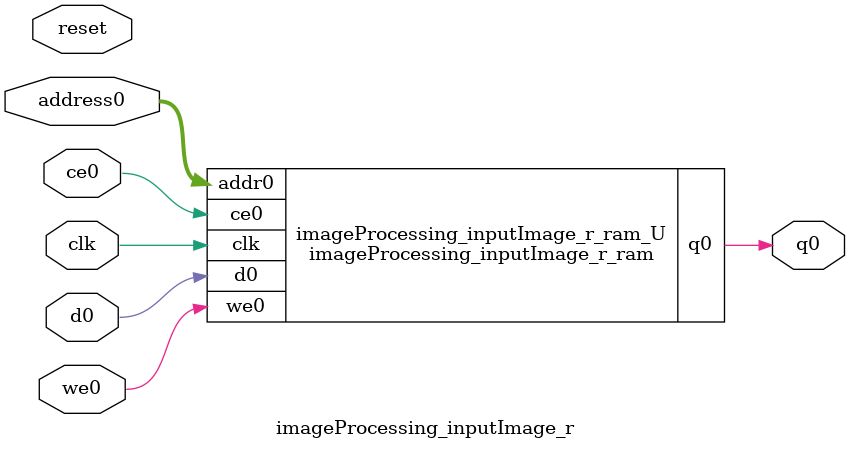
<source format=v>
`timescale 1 ns / 1 ps
module imageProcessing_inputImage_r_ram (addr0, ce0, d0, we0, q0,  clk);

parameter DWIDTH = 1;
parameter AWIDTH = 18;
parameter MEM_SIZE = 262144;

input[AWIDTH-1:0] addr0;
input ce0;
input[DWIDTH-1:0] d0;
input we0;
output reg[DWIDTH-1:0] q0;
input clk;

(* ram_style = "block" *)reg [DWIDTH-1:0] ram[0:MEM_SIZE-1];




always @(posedge clk)  
begin 
    if (ce0) 
    begin
        if (we0) 
        begin 
            ram[addr0] <= d0; 
        end 
        q0 <= ram[addr0];
    end
end


endmodule

`timescale 1 ns / 1 ps
module imageProcessing_inputImage_r(
    reset,
    clk,
    address0,
    ce0,
    we0,
    d0,
    q0);

parameter DataWidth = 32'd1;
parameter AddressRange = 32'd262144;
parameter AddressWidth = 32'd18;
input reset;
input clk;
input[AddressWidth - 1:0] address0;
input ce0;
input we0;
input[DataWidth - 1:0] d0;
output[DataWidth - 1:0] q0;



imageProcessing_inputImage_r_ram imageProcessing_inputImage_r_ram_U(
    .clk( clk ),
    .addr0( address0 ),
    .ce0( ce0 ),
    .we0( we0 ),
    .d0( d0 ),
    .q0( q0 ));

endmodule


</source>
